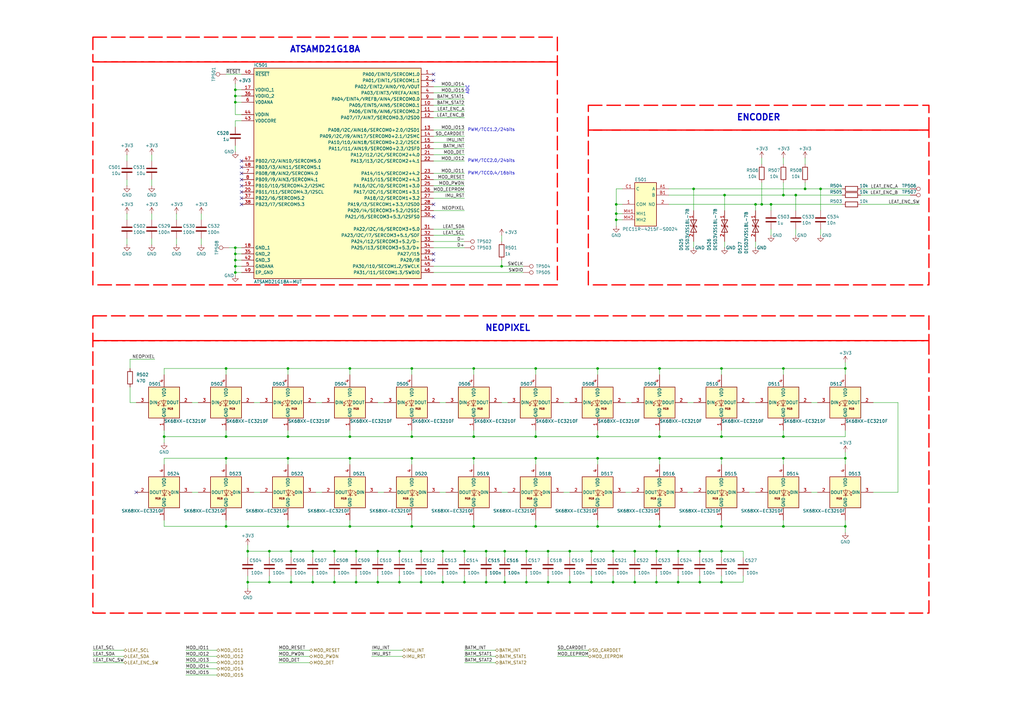
<source format=kicad_sch>
(kicad_sch (version 20231120) (generator "eeschema") (generator_version "8.0")
  (paper "A3")
  (title_block (title "LEAT") (date "2024-04-09") (company "MQuero"))
  (junction (at 269.24 238.76))
  (junction (at 242.57 226.06))
  (junction (at 287.02 238.76))
  (junction (at 251.46 226.06))
  (junction (at 309.88 83.82))
  (junction (at 260.35 226.06))
  (junction (at 181.61 238.76))
  (junction (at 163.83 238.76))
  (junction (at 96.52 101.6))
  (junction (at 119.38 238.76))
  (junction (at 219.71 187.96))
  (junction (at 233.68 238.76))
  (junction (at 146.05 226.06))
  (junction (at 295.91 226.06))
  (junction (at 215.9 238.76))
  (junction (at 190.5 238.76))
  (junction (at 278.13 226.06))
  (junction (at 96.52 109.22))
  (junction (at 287.02 226.06))
  (junction (at 346.71 187.96))
  (junction (at 101.6 226.06))
  (junction (at 270.51 151.13))
  (junction (at 172.72 238.76))
  (junction (at 128.27 238.76))
  (junction (at 137.16 226.06))
  (junction (at 252.73 90.17))
  (junction (at 278.13 238.76))
  (junction (at 199.39 238.76))
  (junction (at 219.71 151.13))
  (junction (at 224.79 226.06))
  (junction (at 143.51 187.96))
  (junction (at 284.48 77.47))
  (junction (at 96.52 41.91))
  (junction (at 224.79 238.76))
  (junction (at 219.71 179.07))
  (junction (at 269.24 226.06))
  (junction (at 245.11 215.9))
  (junction (at 118.11 151.13))
  (junction (at 316.23 83.82))
  (junction (at 96.52 111.76))
  (junction (at 92.71 179.07))
  (junction (at 118.11 179.07))
  (junction (at 143.51 179.07))
  (junction (at 326.39 80.01))
  (junction (at 321.31 151.13))
  (junction (at 330.2 77.47))
  (junction (at 245.11 151.13))
  (junction (at 146.05 238.76))
  (junction (at 215.9 226.06))
  (junction (at 295.91 187.96))
  (junction (at 321.31 215.9))
  (junction (at 194.31 215.9))
  (junction (at 270.51 179.07))
  (junction (at 219.71 215.9))
  (junction (at 270.51 215.9))
  (junction (at 194.31 179.07))
  (junction (at 67.31 179.07))
  (junction (at 321.31 80.01))
  (junction (at 242.57 238.76))
  (junction (at 168.91 215.9))
  (junction (at 96.52 106.68))
  (junction (at 295.91 179.07))
  (junction (at 163.83 226.06))
  (junction (at 312.42 83.82))
  (junction (at 321.31 187.96))
  (junction (at 118.11 215.9))
  (junction (at 110.49 238.76))
  (junction (at 194.31 187.96))
  (junction (at 143.51 215.9))
  (junction (at 252.73 87.63))
  (junction (at 154.94 238.76))
  (junction (at 346.71 151.13))
  (junction (at 346.71 215.9))
  (junction (at 251.46 238.76))
  (junction (at 119.38 226.06))
  (junction (at 194.31 151.13))
  (junction (at 295.91 151.13))
  (junction (at 118.11 187.96))
  (junction (at 128.27 226.06))
  (junction (at 143.51 151.13))
  (junction (at 252.73 83.82))
  (junction (at 92.71 215.9))
  (junction (at 96.52 39.37))
  (junction (at 110.49 226.06))
  (junction (at 295.91 238.76))
  (junction (at 205.74 109.22))
  (junction (at 172.72 226.06))
  (junction (at 190.5 226.06))
  (junction (at 101.6 238.76))
  (junction (at 92.71 151.13))
  (junction (at 297.18 80.01))
  (junction (at 321.31 179.07))
  (junction (at 270.51 187.96))
  (junction (at 181.61 226.06))
  (junction (at 199.39 226.06))
  (junction (at 96.52 36.83))
  (junction (at 245.11 179.07))
  (junction (at 168.91 187.96))
  (junction (at 137.16 238.76))
  (junction (at 207.01 238.76))
  (junction (at 207.01 226.06))
  (junction (at 336.55 77.47))
  (junction (at 168.91 179.07))
  (junction (at 92.71 187.96))
  (junction (at 96.52 104.14))
  (junction (at 245.11 187.96))
  (junction (at 260.35 238.76))
  (junction (at 295.91 215.9))
  (junction (at 233.68 226.06))
  (junction (at 168.91 151.13))
  (junction (at 154.94 226.06))
  (no_connect (at 177.8 88.9))
  (no_connect (at 99.06 76.2))
  (no_connect (at 99.06 83.82))
  (no_connect (at 99.06 71.12))
  (no_connect (at 99.06 81.28))
  (no_connect (at 177.8 104.14))
  (no_connect (at 99.06 66.04))
  (no_connect (at 177.8 30.48))
  (no_connect (at 99.06 78.74))
  (no_connect (at 99.06 73.66))
  (no_connect (at 177.8 33.02))
  (no_connect (at 55.88 201.93))
  (no_connect (at 177.8 106.68))
  (no_connect (at 177.8 83.82))
  (no_connect (at 99.06 68.58))
  (wire (pts (xy 199.39 238.76) (xy 207.01 238.76)))
  (wire (pts (xy 177.8 111.76) (xy 214.63 111.76)))
  (wire (pts (xy 295.91 215.9) (xy 270.51 215.9)))
  (wire (pts (xy 143.51 215.9) (xy 118.11 215.9)))
  (wire (pts (xy 260.35 226.06) (xy 260.35 228.6)))
  (wire (pts (xy 99.06 101.6) (xy 96.52 101.6)))
  (wire (pts (xy 92.71 215.9) (xy 67.31 215.9)))
  (wire (pts (xy 72.39 87.63) (xy 72.39 90.17)))
  (wire (pts (xy 321.31 74.93) (xy 321.31 80.01)))
  (wire (pts (xy 163.83 238.76) (xy 172.72 238.76)))
  (wire (pts (xy 219.71 187.96) (xy 194.31 187.96)))
  (wire (pts (xy 190.5 78.74) (xy 177.8 78.74)))
  (wire (pts (xy 67.31 176.53) (xy 67.31 179.07)))
  (wire (pts (xy 96.52 106.68) (xy 99.06 106.68)))
  (wire (pts (xy 194.31 187.96) (xy 168.91 187.96)))
  (wire (pts (xy 252.73 92.71) (xy 252.73 90.17)))
  (wire (pts (xy 101.6 226.06) (xy 101.6 228.6)))
  (wire (pts (xy 224.79 226.06) (xy 224.79 228.6)))
  (wire (pts (xy 245.11 179.07) (xy 270.51 179.07)))
  (wire (pts (xy 62.23 63.5) (xy 62.23 66.04)))
  (wire (pts (xy 287.02 238.76) (xy 278.13 238.76)))
  (wire (pts (xy 190.5 55.88) (xy 177.8 55.88)))
  (wire (pts (xy 177.8 99.06) (xy 190.5 99.06)))
  (wire (pts (xy 82.55 87.63) (xy 82.55 90.17)))
  (wire (pts (xy 207.01 236.22) (xy 207.01 238.76)))
  (wire (pts (xy 181.61 236.22) (xy 181.61 238.76)))
  (wire (pts (xy 316.23 86.36) (xy 316.23 83.82)))
  (wire (pts (xy 177.8 96.52) (xy 190.5 96.52)))
  (wire (pts (xy 78.74 165.1) (xy 81.28 165.1)))
  (wire (pts (xy 270.51 213.36) (xy 270.51 215.9)))
  (wire (pts (xy 284.48 99.06) (xy 284.48 101.6)))
  (wire (pts (xy 92.71 151.13) (xy 92.71 153.67)))
  (wire (pts (xy 96.52 111.76) (xy 96.52 113.03)))
  (wire (pts (xy 154.94 226.06) (xy 154.94 228.6)))
  (wire (pts (xy 245.11 151.13) (xy 270.51 151.13)))
  (wire (pts (xy 96.52 109.22) (xy 99.06 109.22)))
  (wire (pts (xy 190.5 269.24) (xy 203.2 269.24)))
  (wire (pts (xy 168.91 215.9) (xy 143.51 215.9)))
  (wire (pts (xy 228.6 266.7) (xy 241.3 266.7)))
  (wire (pts (xy 92.71 187.96) (xy 67.31 187.96)))
  (wire (pts (xy 297.18 99.06) (xy 297.18 101.6)))
  (wire (pts (xy 53.34 147.32) (xy 63.5 147.32)))
  (wire (pts (xy 93.98 101.6) (xy 96.52 101.6)))
  (wire (pts (xy 53.34 158.75) (xy 53.34 165.1)))
  (wire (pts (xy 321.31 213.36) (xy 321.31 215.9)))
  (wire (pts (xy 190.5 58.42) (xy 177.8 58.42)))
  (wire (pts (xy 295.91 187.96) (xy 270.51 187.96)))
  (wire (pts (xy 224.79 238.76) (xy 215.9 238.76)))
  (wire (pts (xy 128.27 236.22) (xy 128.27 238.76)))
  (wire (pts (xy 336.55 96.52) (xy 336.55 93.98)))
  (wire (pts (xy 326.39 96.52) (xy 326.39 93.98)))
  (wire (pts (xy 295.91 236.22) (xy 295.91 238.76)))
  (wire (pts (xy 304.8 226.06) (xy 304.8 228.6)))
  (wire (pts (xy 252.73 90.17) (xy 255.27 90.17)))
  (wire (pts (xy 143.51 176.53) (xy 143.51 179.07)))
  (wire (pts (xy 168.91 213.36) (xy 168.91 215.9)))
  (wire (pts (xy 114.3 271.78) (xy 127 271.78)))
  (wire (pts (xy 346.71 187.96) (xy 346.71 190.5)))
  (wire (pts (xy 190.5 236.22) (xy 190.5 238.76)))
  (wire (pts (xy 154.94 226.06) (xy 163.83 226.06)))
  (wire (pts (xy 181.61 226.06) (xy 190.5 226.06)))
  (wire (pts (xy 99.06 41.91) (xy 96.52 41.91)))
  (wire (pts (xy 346.71 213.36) (xy 346.71 215.9)))
  (wire (pts (xy 110.49 238.76) (xy 119.38 238.76)))
  (wire (pts (xy 177.8 109.22) (xy 205.74 109.22)))
  (wire (pts (xy 128.27 226.06) (xy 137.16 226.06)))
  (wire (pts (xy 284.48 201.93) (xy 281.94 201.93)))
  (wire (pts (xy 245.11 187.96) (xy 245.11 190.5)))
  (wire (pts (xy 168.91 176.53) (xy 168.91 179.07)))
  (wire (pts (xy 67.31 151.13) (xy 67.31 153.67)))
  (wire (pts (xy 182.88 201.93) (xy 180.34 201.93)))
  (wire (pts (xy 172.72 226.06) (xy 181.61 226.06)))
  (wire (pts (xy 190.5 63.5) (xy 177.8 63.5)))
  (wire (pts (xy 330.2 74.93) (xy 330.2 77.47)))
  (wire (pts (xy 62.23 87.63) (xy 62.23 90.17)))
  (wire (pts (xy 219.71 151.13) (xy 219.71 153.67)))
  (wire (pts (xy 177.8 73.66) (xy 190.5 73.66)))
  (wire (pts (xy 245.11 213.36) (xy 245.11 215.9)))
  (wire (pts (xy 228.6 269.24) (xy 241.3 269.24)))
  (wire (pts (xy 208.28 201.93) (xy 205.74 201.93)))
  (wire (pts (xy 118.11 213.36) (xy 118.11 215.9)))
  (wire (pts (xy 233.68 226.06) (xy 233.68 228.6)))
  (wire (pts (xy 281.94 165.1) (xy 284.48 165.1)))
  (wire (pts (xy 190.5 71.12) (xy 177.8 71.12)))
  (wire (pts (xy 287.02 236.22) (xy 287.02 238.76)))
  (wire (pts (xy 309.88 99.06) (xy 309.88 101.6)))
  (wire (pts (xy 137.16 226.06) (xy 137.16 228.6)))
  (wire (pts (xy 295.91 226.06) (xy 295.91 228.6)))
  (wire (pts (xy 163.83 226.06) (xy 163.83 228.6)))
  (wire (pts (xy 233.68 226.06) (xy 224.79 226.06)))
  (wire (pts (xy 231.14 165.1) (xy 233.68 165.1)))
  (wire (pts (xy 233.68 201.93) (xy 231.14 201.93)))
  (wire (pts (xy 143.51 151.13) (xy 143.51 153.67)))
  (wire (pts (xy 245.11 176.53) (xy 245.11 179.07)))
  (wire (pts (xy 128.27 238.76) (xy 137.16 238.76)))
  (wire (pts (xy 52.07 87.63) (xy 52.07 90.17)))
  (wire (pts (xy 346.71 148.59) (xy 346.71 151.13)))
  (wire (pts (xy 269.24 236.22) (xy 269.24 238.76)))
  (wire (pts (xy 270.51 176.53) (xy 270.51 179.07)))
  (wire (pts (xy 368.3 165.1) (xy 368.3 201.93)))
  (wire (pts (xy 295.91 151.13) (xy 321.31 151.13)))
  (wire (pts (xy 215.9 226.06) (xy 207.01 226.06)))
  (wire (pts (xy 321.31 179.07) (xy 346.71 179.07)))
  (wire (pts (xy 242.57 236.22) (xy 242.57 238.76)))
  (wire (pts (xy 214.63 109.22) (xy 205.74 109.22)))
  (wire (pts (xy 297.18 80.01) (xy 321.31 80.01)))
  (wire (pts (xy 143.51 179.07) (xy 168.91 179.07)))
  (wire (pts (xy 190.5 238.76) (xy 199.39 238.76)))
  (wire (pts (xy 101.6 223.52) (xy 101.6 226.06)))
  (wire (pts (xy 190.5 35.56) (xy 177.8 35.56)))
  (wire (pts (xy 278.13 238.76) (xy 269.24 238.76)))
  (wire (pts (xy 128.27 226.06) (xy 128.27 228.6)))
  (wire (pts (xy 154.94 165.1) (xy 157.48 165.1)))
  (wire (pts (xy 96.52 41.91) (xy 96.52 46.99)))
  (wire (pts (xy 321.31 187.96) (xy 295.91 187.96)))
  (wire (pts (xy 312.42 83.82) (xy 316.23 83.82)))
  (wire (pts (xy 146.05 226.06) (xy 154.94 226.06)))
  (wire (pts (xy 132.08 201.93) (xy 129.54 201.93)))
  (wire (pts (xy 251.46 226.06) (xy 251.46 228.6)))
  (wire (pts (xy 104.14 165.1) (xy 106.68 165.1)))
  (wire (pts (xy 295.91 153.67) (xy 295.91 151.13)))
  (wire (pts (xy 96.52 104.14) (xy 99.06 104.14)))
  (wire (pts (xy 346.71 215.9) (xy 321.31 215.9)))
  (wire (pts (xy 52.07 73.66) (xy 52.07 76.2)))
  (wire (pts (xy 304.8 226.06) (xy 295.91 226.06)))
  (wire (pts (xy 215.9 238.76) (xy 207.01 238.76)))
  (wire (pts (xy 190.5 38.1) (xy 177.8 38.1)))
  (wire (pts (xy 190.5 271.78) (xy 203.2 271.78)))
  (wire (pts (xy 224.79 236.22) (xy 224.79 238.76)))
  (wire (pts (xy 96.52 109.22) (xy 96.52 111.76)))
  (wire (pts (xy 157.48 201.93) (xy 154.94 201.93)))
  (wire (pts (xy 143.51 213.36) (xy 143.51 215.9)))
  (wire (pts (xy 92.71 187.96) (xy 92.71 190.5)))
  (wire (pts (xy 316.23 96.52) (xy 316.23 93.98)))
  (wire (pts (xy 256.54 165.1) (xy 259.08 165.1)))
  (wire (pts (xy 101.6 236.22) (xy 101.6 238.76)))
  (wire (pts (xy 67.31 151.13) (xy 92.71 151.13)))
  (wire (pts (xy 118.11 151.13) (xy 118.11 153.67)))
  (wire (pts (xy 96.52 39.37) (xy 96.52 36.83)))
  (wire (pts (xy 269.24 238.76) (xy 260.35 238.76)))
  (wire (pts (xy 194.31 213.36) (xy 194.31 215.9)))
  (wire (pts (xy 177.8 76.2) (xy 190.5 76.2)))
  (wire (pts (xy 284.48 77.47) (xy 330.2 77.47)))
  (wire (pts (xy 96.52 49.53) (xy 99.06 49.53)))
  (wire (pts (xy 118.11 176.53) (xy 118.11 179.07)))
  (wire (pts (xy 269.24 226.06) (xy 260.35 226.06)))
  (wire (pts (xy 194.31 176.53) (xy 194.31 179.07)))
  (wire (pts (xy 242.57 226.06) (xy 233.68 226.06)))
  (wire (pts (xy 336.55 77.47) (xy 345.44 77.47)))
  (wire (pts (xy 233.68 238.76) (xy 224.79 238.76)))
  (wire (pts (xy 346.71 151.13) (xy 346.71 153.67)))
  (wire (pts (xy 251.46 238.76) (xy 242.57 238.76)))
  (wire (pts (xy 304.8 236.22) (xy 304.8 238.76)))
  (wire (pts (xy 321.31 151.13) (xy 346.71 151.13)))
  (wire (pts (xy 224.79 226.06) (xy 215.9 226.06)))
  (wire (pts (xy 194.31 179.07) (xy 219.71 179.07)))
  (wire (pts (xy 304.8 238.76) (xy 295.91 238.76)))
  (wire (pts (xy 321.31 151.13) (xy 321.31 153.67)))
  (wire (pts (xy 137.16 238.76) (xy 146.05 238.76)))
  (wire (pts (xy 119.38 238.76) (xy 128.27 238.76)))
  (wire (pts (xy 219.71 176.53) (xy 219.71 179.07)))
  (wire (pts (xy 260.35 226.06) (xy 251.46 226.06)))
  (wire (pts (xy 129.54 165.1) (xy 132.08 165.1)))
  (wire (pts (xy 168.91 151.13) (xy 168.91 153.67)))
  (wire (pts (xy 92.71 151.13) (xy 118.11 151.13)))
  (wire (pts (xy 278.13 226.06) (xy 278.13 228.6)))
  (wire (pts (xy 295.91 226.06) (xy 287.02 226.06)))
  (wire (pts (xy 152.4 269.24) (xy 165.1 269.24)))
  (wire (pts (xy 295.91 176.53) (xy 295.91 179.07)))
  (wire (pts (xy 92.71 30.48) (xy 99.06 30.48)))
  (wire (pts (xy 190.5 60.96) (xy 177.8 60.96)))
  (wire (pts (xy 119.38 226.06) (xy 128.27 226.06)))
  (wire (pts (xy 307.34 165.1) (xy 309.88 165.1)))
  (wire (pts (xy 163.83 226.06) (xy 172.72 226.06)))
  (wire (pts (xy 358.14 165.1) (xy 368.3 165.1)))
  (wire (pts (xy 251.46 226.06) (xy 242.57 226.06)))
  (wire (pts (xy 76.2 271.78) (xy 88.9 271.78)))
  (wire (pts (xy 252.73 87.63) (xy 255.27 87.63)))
  (wire (pts (xy 260.35 236.22) (xy 260.35 238.76)))
  (wire (pts (xy 295.91 238.76) (xy 287.02 238.76)))
  (wire (pts (xy 190.5 43.18) (xy 177.8 43.18)))
  (wire (pts (xy 316.23 83.82) (xy 345.44 83.82)))
  (wire (pts (xy 96.52 41.91) (xy 96.52 39.37)))
  (wire (pts (xy 270.51 187.96) (xy 270.51 190.5)))
  (wire (pts (xy 119.38 236.22) (xy 119.38 238.76)))
  (wire (pts (xy 190.5 81.28) (xy 177.8 81.28)))
  (wire (pts (xy 137.16 236.22) (xy 137.16 238.76)))
  (wire (pts (xy 177.8 93.98) (xy 190.5 93.98)))
  (wire (pts (xy 312.42 74.93) (xy 312.42 83.82)))
  (wire (pts (xy 252.73 90.17) (xy 252.73 87.63)))
  (wire (pts (xy 67.31 181.61) (xy 67.31 179.07)))
  (wire (pts (xy 180.34 165.1) (xy 182.88 165.1)))
  (wire (pts (xy 67.31 179.07) (xy 92.71 179.07)))
  (wire (pts (xy 270.51 179.07) (xy 295.91 179.07)))
  (wire (pts (xy 245.11 215.9) (xy 219.71 215.9)))
  (wire (pts (xy 270.51 215.9) (xy 245.11 215.9)))
  (wire (pts (xy 53.34 165.1) (xy 55.88 165.1)))
  (wire (pts (xy 270.51 153.67) (xy 270.51 151.13)))
  (wire (pts (xy 143.51 187.96) (xy 118.11 187.96)))
  (wire (pts (xy 52.07 97.79) (xy 52.07 100.33)))
  (wire (pts (xy 110.49 236.22) (xy 110.49 238.76)))
  (wire (pts (xy 297.18 80.01) (xy 297.18 86.36)))
  (wire (pts (xy 72.39 97.79) (xy 72.39 100.33)))
  (wire (pts (xy 137.16 226.06) (xy 146.05 226.06)))
  (wire (pts (xy 118.11 190.5) (xy 118.11 187.96)))
  (wire (pts (xy 96.52 52.07) (xy 96.52 49.53)))
  (wire (pts (xy 177.8 48.26) (xy 190.5 48.26)))
  (wire (pts (xy 205.74 165.1) (xy 208.28 165.1)))
  (wire (pts (xy 82.55 97.79) (xy 82.55 100.33)))
  (wire (pts (xy 101.6 238.76) (xy 110.49 238.76)))
  (wire (pts (xy 284.48 77.47) (xy 284.48 86.36)))
  (wire (pts (xy 118.11 215.9) (xy 92.71 215.9)))
  (wire (pts (xy 353.06 80.01) (xy 373.38 80.01)))
  (wire (pts (xy 242.57 238.76) (xy 233.68 238.76)))
  (wire (pts (xy 215.9 236.22) (xy 215.9 238.76)))
  (wire (pts (xy 50.8 266.7) (xy 38.1 266.7)))
  (wire (pts (xy 168.91 187.96) (xy 168.91 190.5)))
  (wire (pts (xy 76.2 276.86) (xy 88.9 276.86)))
  (wire (pts (xy 50.8 271.78) (xy 38.1 271.78)))
  (wire (pts (xy 190.5 226.06) (xy 199.39 226.06)))
  (wire (pts (xy 321.31 64.77) (xy 321.31 67.31)))
  (wire (pts (xy 163.83 236.22) (xy 163.83 238.76)))
  (wire (pts (xy 242.57 226.06) (xy 242.57 228.6)))
  (wire (pts (xy 295.91 213.36) (xy 295.91 215.9)))
  (wire (pts (xy 96.52 39.37) (xy 99.06 39.37)))
  (wire (pts (xy 118.11 179.07) (xy 143.51 179.07)))
  (wire (pts (xy 52.07 63.5) (xy 52.07 66.04)))
  (wire (pts (xy 309.88 83.82) (xy 312.42 83.82)))
  (wire (pts (xy 321.31 80.01) (xy 326.39 80.01)))
  (wire (pts (xy 194.31 151.13) (xy 194.31 153.67)))
  (wire (pts (xy 110.49 226.06) (xy 119.38 226.06)))
  (wire (pts (xy 245.11 151.13) (xy 245.11 153.67)))
  (wire (pts (xy 321.31 187.96) (xy 321.31 190.5)))
  (wire (pts (xy 353.06 77.47) (xy 373.38 77.47)))
  (wire (pts (xy 172.72 226.06) (xy 172.72 228.6)))
  (wire (pts (xy 321.31 215.9) (xy 295.91 215.9)))
  (wire (pts (xy 110.49 226.06) (xy 110.49 228.6)))
  (wire (pts (xy 127 269.24) (xy 114.3 269.24)))
  (wire (pts (xy 219.71 151.13) (xy 245.11 151.13)))
  (wire (pts (xy 146.05 226.06) (xy 146.05 228.6)))
  (wire (pts (xy 346.71 185.42) (xy 346.71 187.96)))
  (wire (pts (xy 219.71 179.07) (xy 245.11 179.07)))
  (wire (pts (xy 278.13 226.06) (xy 269.24 226.06)))
  (wire (pts (xy 106.68 201.93) (xy 104.14 201.93)))
  (wire (pts (xy 181.61 238.76) (xy 190.5 238.76)))
  (wire (pts (xy 199.39 236.22) (xy 199.39 238.76)))
  (wire (pts (xy 81.28 201.93) (xy 78.74 201.93)))
  (wire (pts (xy 194.31 187.96) (xy 194.31 190.5)))
  (wire (pts (xy 353.06 83.82) (xy 377.19 83.82)))
  (wire (pts (xy 67.31 215.9) (xy 67.31 213.36)))
  (wire (pts (xy 252.73 77.47) (xy 255.27 77.47)))
  (wire (pts (xy 76.2 274.32) (xy 88.9 274.32)))
  (wire (pts (xy 233.68 236.22) (xy 233.68 238.76)))
  (wire (pts (xy 96.52 101.6) (xy 96.52 104.14)))
  (wire (pts (xy 260.35 238.76) (xy 251.46 238.76)))
  (wire (pts (xy 194.31 151.13) (xy 219.71 151.13)))
  (wire (pts (xy 346.71 187.96) (xy 321.31 187.96)))
  (wire (pts (xy 96.52 34.29) (xy 96.52 36.83)))
  (wire (pts (xy 205.74 96.52) (xy 205.74 99.06)))
  (wire (pts (xy 278.13 236.22) (xy 278.13 238.76)))
  (wire (pts (xy 177.8 101.6) (xy 190.5 101.6)))
  (wire (pts (xy 177.8 86.36) (xy 190.5 86.36)))
  (wire (pts (xy 53.34 151.13) (xy 53.34 147.32)))
  (wire (pts (xy 245.11 187.96) (xy 219.71 187.96)))
  (wire (pts (xy 190.5 53.34) (xy 177.8 53.34)))
  (wire (pts (xy 252.73 83.82) (xy 252.73 77.47)))
  (wire (pts (xy 76.2 266.7) (xy 88.9 266.7)))
  (wire (pts (xy 92.71 176.53) (xy 92.71 179.07)))
  (wire (pts (xy 332.74 165.1) (xy 335.28 165.1)))
  (wire (pts (xy 190.5 66.04) (xy 177.8 66.04)))
  (wire (pts (xy 92.71 213.36) (xy 92.71 215.9)))
  (wire (pts (xy 205.74 106.68) (xy 205.74 109.22)))
  (wire (pts (xy 330.2 64.77) (xy 330.2 67.31)))
  (wire (pts (xy 62.23 73.66) (xy 62.23 76.2)))
  (wire (pts (xy 168.91 179.07) (xy 194.31 179.07)))
  (wire (pts (xy 274.32 77.47) (xy 284.48 77.47)))
  (wire (pts (xy 177.8 45.72) (xy 190.5 45.72)))
  (wire (pts (xy 312.42 64.77) (xy 312.42 67.31)))
  (wire (pts (xy 259.08 201.93) (xy 256.54 201.93)))
  (wire (pts (xy 274.32 83.82) (xy 309.88 83.82)))
  (wire (pts (xy 154.94 236.22) (xy 154.94 238.76)))
  (wire (pts (xy 99.06 36.83) (xy 96.52 36.83)))
  (wire (pts (xy 76.2 269.24) (xy 88.9 269.24)))
  (wire (pts (xy 346.71 218.44) (xy 346.71 215.9)))
  (wire (pts (xy 143.51 151.13) (xy 168.91 151.13)))
  (wire (pts (xy 368.3 201.93) (xy 358.14 201.93)))
  (wire (pts (xy 295.91 179.07) (xy 321.31 179.07)))
  (wire (pts (xy 287.02 226.06) (xy 278.13 226.06)))
  (wire (pts (xy 194.31 215.9) (xy 168.91 215.9)))
  (wire (pts (xy 146.05 236.22) (xy 146.05 238.76)))
  (wire (pts (xy 207.01 228.6) (xy 207.01 226.06)))
  (wire (pts (xy 309.88 86.36) (xy 309.88 83.82)))
  (wire (pts (xy 335.28 201.93) (xy 332.74 201.93)))
  (wire (pts (xy 152.4 266.7) (xy 165.1 266.7)))
  (wire (pts (xy 101.6 226.06) (xy 110.49 226.06)))
  (wire (pts (xy 219.71 187.96) (xy 219.71 190.5)))
  (wire (pts (xy 172.72 238.76) (xy 181.61 238.76)))
  (wire (pts (xy 119.38 228.6) (xy 119.38 226.06)))
  (wire (pts (xy 50.8 269.24) (xy 38.1 269.24)))
  (wire (pts (xy 154.94 238.76) (xy 163.83 238.76)))
  (wire (pts (xy 127 266.7) (xy 114.3 266.7)))
  (wire (pts (xy 287.02 228.6) (xy 287.02 226.06)))
  (wire (pts (xy 270.51 151.13) (xy 295.91 151.13)))
  (wire (pts (xy 190.5 228.6) (xy 190.5 226.06)))
  (wire (pts (xy 215.9 228.6) (xy 215.9 226.06)))
  (wire (pts (xy 295.91 187.96) (xy 295.91 190.5)))
  (wire (pts (xy 199.39 228.6) (xy 199.39 226.06)))
  (wire (pts (xy 330.2 77.47) (xy 336.55 77.47)))
  (wire (pts (xy 251.46 236.22) (xy 251.46 238.76)))
  (wire (pts (xy 96.52 104.14) (xy 96.52 106.68)))
  (wire (pts (xy 168.91 151.13) (xy 194.31 151.13)))
  (wire (pts (xy 172.72 236.22) (xy 172.72 238.76)))
  (wire (pts (xy 346.71 179.07) (xy 346.71 176.53)))
  (wire (pts (xy 96.52 106.68) (xy 96.52 109.22)))
  (wire (pts (xy 62.23 97.79) (xy 62.23 100.33)))
  (wire (pts (xy 146.05 238.76) (xy 154.94 238.76)))
  (wire (pts (xy 181.61 226.06) (xy 181.61 228.6)))
  (wire (pts (xy 321.31 176.53) (xy 321.31 179.07)))
  (wire (pts (xy 99.06 46.99) (xy 96.52 46.99)))
  (wire (pts (xy 326.39 80.01) (xy 345.44 80.01)))
  (wire (pts (xy 96.52 111.76) (xy 99.06 111.76)))
  (wire (pts (xy 252.73 83.82) (xy 255.27 83.82)))
  (wire (pts (xy 143.51 190.5) (xy 143.51 187.96)))
  (wire (pts (xy 269.24 226.06) (xy 269.24 228.6)))
  (wire (pts (xy 309.88 201.93) (xy 307.34 201.93)))
  (wire (pts (xy 67.31 187.96) (xy 67.31 190.5)))
  (wire (pts (xy 96.52 59.69) (xy 96.52 62.23)))
  (wire (pts (xy 252.73 87.63) (xy 252.73 83.82)))
  (wire (pts (xy 326.39 80.01) (xy 326.39 86.36)))
  (wire (pts (xy 199.39 226.06) (xy 207.01 226.06)))
  (wire (pts (xy 219.71 215.9) (xy 194.31 215.9)))
  (wire (pts (xy 92.71 179.07) (xy 118.11 179.07)))
  (wire (pts (xy 101.6 241.3) (xy 101.6 238.76)))
  (wire (pts (xy 190.5 266.7) (xy 203.2 266.7)))
  (wire (pts (xy 118.11 187.96) (xy 92.71 187.96)))
  (wire (pts (xy 336.55 77.47) (xy 336.55 86.36)))
  (wire (pts (xy 270.51 187.96) (xy 245.11 187.96)))
  (wire (pts (xy 274.32 80.01) (xy 297.18 80.01)))
  (wire (pts (xy 168.91 187.96) (xy 143.51 187.96)))
  (wire (pts (xy 190.5 40.64) (xy 177.8 40.64)))
  (wire (pts (xy 118.11 151.13) (xy 143.51 151.13)))
  (wire (pts (xy 219.71 213.36) (xy 219.71 215.9)))
  (rectangle (start 38.1 139.7) (end 381 251.46) (stroke (width 0.508) (type dash) (color 255 0 0 1)))
  (rectangle (start 241.3 53.34) (end 381 116.84) (stroke (width 0.508) (type dash) (color 255 0 0 1)))
  (rectangle (start 38.1 129.54) (end 381 139.7) (stroke (width 0.508) (type dash) (color 255 0 0 1)))
  (rectangle (start 38.1 25.4) (end 228.6 116.84) (stroke (width 0.508) (type dash) (color 255 0 0 1)))
  (rectangle (start 38.1 15.24) (end 228.6 25.4) (stroke (width 0.508) (type dash) (color 255 0 0 1)))
  (rectangle (start 241.3 43.18) (end 381 53.34) (stroke (width 0.508) (type dash) (color 255 0 0 1)))
  (text "PWM/TCC1.2/24bits" (at 191.77 53.34 0) (effects (font (size 1.27 1.27)) (justify left)))
  (text "ENCODER" (at 311.15 48.26 0) (effects (font (size 2.54 2.54) (thickness 0.508) (bold yes))))
  (text "ADC\n" (at 191.77 36.83 90) (effects (font (size 1.27 1.27))))
  (text "ATSAMD21G18A" (at 133.35 20.32 0) (effects (font (size 2.54 2.54) (thickness 0.508) (bold yes))))
  (text "PWM/TCC0.4/16bits" (at 191.77 71.12 0) (effects (font (size 1.27 1.27)) (justify left)))
  (text "NEOPIXEL" (at 208.28 134.62 0) (effects (font (size 2.54 2.54) (thickness 0.508) (bold yes))))
  (text "PWM/TCC2.0/24bits" (at 191.77 66.04 0) (effects (font (size 1.27 1.27)) (justify left)))
  (label "BATM_INT" (at 190.5 60.96 180))
  (label "SD_CARDDET" (at 228.6 266.7 0))
  (label "MOD_IO12" (at 190.5 66.04 180))
  (label "NEOPIXEL" (at 63.5 147.32 180))
  (label "BATM_STAT1" (at 190.5 40.64 180))
  (label "MOD_IO13" (at 190.5 53.34 180))
  (label "MOD_IO15" (at 76.2 276.86 0))
  (label "MOD_RESET" (at 114.3 266.7 0))
  (label "LEAT_ENC_B" (at 190.5 48.26 180))
  (label "LEAT_ENC_B" (at 368.3 80.01 180))
  (label "MOD_PWDN" (at 190.5 76.2 180))
  (label "IMU_INT" (at 152.4 266.7 0))
  (label "SWDIO" (at 214.63 111.76 180))
  (label "MOD_IO11" (at 190.5 71.12 180))
  (label "MOD_DET" (at 114.3 271.78 0))
  (label "IMU_RST" (at 152.4 269.24 0))
  (label "LEAT_SDA" (at 190.5 93.98 180))
  (label "MOD_DET" (at 190.5 63.5 180))
  (label "LEAT_SDA" (at 38.1 269.24 0))
  (label "LEAT_SCL" (at 38.1 266.7 0))
  (label "BATM_STAT1" (at 190.5 269.24 0))
  (label "MOD_PWDN" (at 114.3 269.24 0))
  (label "BATM_STAT2" (at 190.5 271.78 0))
  (label "NEOPIXEL" (at 190.5 86.36 180))
  (label "MOD_IO13" (at 76.2 271.78 0))
  (label "MOD_RESET" (at 190.5 73.66 180))
  (label "MOD_IO11" (at 76.2 266.7 0))
  (label "IMU_RST" (at 190.5 81.28 180))
  (label "SD_CARDDET" (at 190.5 55.88 180))
  (label "MOD_IO12" (at 76.2 269.24 0))
  (label "D+" (at 190.5 101.6 180))
  (label "D-" (at 190.5 99.06 180))
  (label "IMU_INT" (at 190.5 58.42 180))
  (label "BATM_STAT2" (at 190.5 43.18 180))
  (label "MOD_IO14" (at 76.2 274.32 0))
  (label "BATM_INT" (at 190.5 266.7 0))
  (label "LEAT_SCL" (at 190.5 96.52 180))
  (label "SWCLK" (at 214.63 109.22 180))
  (label "LEAT_ENC_A" (at 190.5 45.72 180))
  (label "~{RESET}" (at 92.71 30.48 0))
  (label "MOD_EEPROM" (at 228.6 269.24 0))
  (label "MOD_EEPROM" (at 190.5 78.74 180))
  (label "LEAT_ENC_A" (at 368.3 77.47 180))
  (label "LEAT_ENC_SW" (at 38.1 271.78 0))
  (label "MOD_IO15" (at 190.5 38.1 180))
  (label "LEAT_ENC_SW" (at 377.19 83.82 180))
  (label "MOD_IO14" (at 190.5 35.56 180))
  (hierarchical_label "LEAT_SDA" (shape bidirectional) (at 50.8 269.24 0))
  (hierarchical_label "BATM_INT" (shape bidirectional) (at 203.2 266.7 0))
  (hierarchical_label "LEAT_ENC_SW" (shape bidirectional) (at 50.8 271.78 0))
  (hierarchical_label "LEAT_SCL" (shape bidirectional) (at 50.8 266.7 0))
  (hierarchical_label "MOD_RESET" (shape bidirectional) (at 127 266.7 0))
  (hierarchical_label "SD_CARDDET" (shape bidirectional) (at 241.3 266.7 0))
  (hierarchical_label "MOD_DET" (shape bidirectional) (at 127 271.78 0))
  (hierarchical_label "MOD_IO14" (shape bidirectional) (at 88.9 274.32 0))
  (hierarchical_label "MOD_IO13" (shape bidirectional) (at 88.9 271.78 0))
  (hierarchical_label "MOD_IO15" (shape bidirectional) (at 88.9 276.86 0))
  (hierarchical_label "BATM_STAT1" (shape bidirectional) (at 203.2 269.24 0))
  (hierarchical_label "MOD_EEPROM" (shape bidirectional) (at 241.3 269.24 0))
  (hierarchical_label "IMU_INT" (shape bidirectional) (at 165.1 266.7 0))
  (hierarchical_label "MOD_IO11" (shape bidirectional) (at 88.9 266.7 0))
  (hierarchical_label "MOD_IO12" (shape bidirectional) (at 88.9 269.24 0))
  (hierarchical_label "BATM_STAT2" (shape bidirectional) (at 203.2 271.78 0))
  (hierarchical_label "IMU_RST" (shape bidirectional) (at 165.1 269.24 0))
  (hierarchical_label "MOD_PWDN" (shape bidirectional) (at 127 269.24 0))
  (symbol (lib_id "Connector:TestPoint") (at 373.38 80.01 270) (mirror x) (unit 1)
    (property "Reference" "TP507" (at 375.92 78.74 90) (effects (justify right)))
    (property "Value" "TestPoint" (effects (hide yes)))
    (property "Footprint" "TestPoint:TestPoint_Pad_D1.0mm" (effects (hide yes)))
    (property "Description" "test point" (effects (hide yes)))
  )
  (symbol (lib_id "power:+3V3") (at 72.39 87.63 0) (mirror y) (unit 1)
    (property "Reference" "#PWR05" (effects (hide yes)))
    (property "Value" "+3V3" (at 72.39 83.82 0))
    (property "Description" "Power symbol creates a global label with name \"+3V3\"" (effects (hide yes)))
  )
  (symbol (lib_id "power:GND") (at 82.55 100.33 0) (mirror y) (unit 1)
    (property "Reference" "#PWR09" (effects (hide yes)))
    (property "Value" "GND" (at 82.55 104.14 0))
    (property "Description" "Power symbol creates a global label with name \"GND\" , ground" (effects (hide yes)))
  )
  (symbol (lib_id "TFG:ATSAMD21G18A-MUT") (at 104.14 27.94 0) (unit 1)
    (property "Reference" "IC501" (at 104.14 26.67 0) (effects (justify left)))
    (property "Value" "ATSAMD21G18A-MUT" (at 104.14 115.57 0) (effects (justify left)))
    (property "Footprint" "TFG:ATSAMD21G18A-MUT" (effects (hide yes)))
    (property "Datasheet" "https://ww1.microchip.com/downloads/en/DeviceDoc/SAM-D21-DA1-Family-Data-Sheet-DS40001882H.pdf" (effects (hide yes)))
    (property "Description" "IC MCU 32BIT 256KB FLASH 48QFN" (effects (hide yes)))
    (property "MQ PN" "TFGIC015" (effects (hide yes)))
  )
  (symbol (lib_id "TFG:SK68XX-EC3210F") (at 99.06 195.58 0) (mirror y) (unit 1)
    (property "Reference" "D523" (at 99.06 194.31 0) (effects (justify left)))
    (property "Value" "SK68XX-EC3210F" (at 92.71 209.55 0) (effects (justify left)))
    (property "Footprint" "TFG:SK68XX-EC3210F" (effects (hide yes)))
    (property "Datasheet" "https://cdn-shop.adafruit.com/product-files/4892/4892_SK68XX-EC3210F__REV.A.pdf" (effects (hide yes)))
    (property "MQ PN" "TFGD001" (effects (hide yes)))
  )
  (symbol (lib_id "Connector:TestPoint") (at 373.38 77.47 270) (mirror x) (unit 1)
    (property "Reference" "TP506" (at 375.92 76.2 90) (effects (justify right)))
    (property "Value" "TestPoint" (effects (hide yes)))
    (property "Footprint" "TestPoint:TestPoint_Pad_D1.0mm" (effects (hide yes)))
    (property "Description" "test point" (effects (hide yes)))
  )
  (symbol (lib_id "Device:C") (at 119.38 232.41 0) (unit 1)
    (property "Reference" "C506" (at 120.015 229.87 0) (effects (justify left)))
    (property "Value" "100n" (at 120.65 234.95 0) (effects (justify left)))
    (property "Footprint" "Capacitor_SMD:C_0402_1005Metric" (effects (hide yes)))
    (property "Description" "Unpolarized capacitor" (effects (hide yes)))
  )
  (symbol (lib_id "power:GND") (at 96.52 62.23 0) (unit 1)
    (property "Reference" "#PWR07" (effects (hide yes)))
    (property "Value" "GND" (at 93.98 62.23 0))
    (property "Description" "Power symbol creates a global label with name \"GND\" , ground" (effects (hide yes)))
  )
  (symbol (lib_id "Device:C") (at 287.02 232.41 0) (unit 1)
    (property "Reference" "C525" (at 287.655 229.87 0) (effects (justify left)))
    (property "Value" "100n" (at 288.29 234.95 0) (effects (justify left)))
    (property "Footprint" "Capacitor_SMD:C_0402_1005Metric" (effects (hide yes)))
    (property "Description" "Unpolarized capacitor" (effects (hide yes)))
  )
  (symbol (lib_id "Device:C") (at 269.24 232.41 0) (unit 1)
    (property "Reference" "C523" (at 269.875 229.87 0) (effects (justify left)))
    (property "Value" "100n" (at 270.51 234.95 0) (effects (justify left)))
    (property "Footprint" "Capacitor_SMD:C_0402_1005Metric" (effects (hide yes)))
    (property "Description" "Unpolarized capacitor" (effects (hide yes)))
  )
  (symbol (lib_id "Device:C") (at 199.39 232.41 0) (unit 1)
    (property "Reference" "C515" (at 200.025 229.87 0) (effects (justify left)))
    (property "Value" "100n" (at 200.66 234.95 0) (effects (justify left)))
    (property "Footprint" "Capacitor_SMD:C_0402_1005Metric" (effects (hide yes)))
    (property "Description" "Unpolarized capacitor" (effects (hide yes)))
  )
  (symbol (lib_id "Device:C") (at 137.16 232.41 0) (unit 1)
    (property "Reference" "C508" (at 137.795 229.87 0) (effects (justify left)))
    (property "Value" "100n" (at 138.43 234.95 0) (effects (justify left)))
    (property "Footprint" "Capacitor_SMD:C_0402_1005Metric" (effects (hide yes)))
    (property "Description" "Unpolarized capacitor" (effects (hide yes)))
  )
  (symbol (lib_id "Device:C") (at 224.79 232.41 0) (unit 1)
    (property "Reference" "C518" (at 225.425 229.87 0) (effects (justify left)))
    (property "Value" "100n" (at 226.06 234.95 0) (effects (justify left)))
    (property "Footprint" "Capacitor_SMD:C_0402_1005Metric" (effects (hide yes)))
    (property "Description" "Unpolarized capacitor" (effects (hide yes)))
  )
  (symbol (lib_id "power:+3V3") (at 82.55 87.63 0) (mirror y) (unit 1)
    (property "Reference" "#PWR08" (effects (hide yes)))
    (property "Value" "+3V3" (at 82.55 83.82 0))
    (property "Description" "Power symbol creates a global label with name \"+3V3\"" (effects (hide yes)))
  )
  (symbol (lib_id "TFG:SK68XX-EC3210F") (at 86.36 158.75 0) (unit 1)
    (property "Reference" "D502" (at 86.36 157.48 0) (effects (justify left)))
    (property "Value" "SK68XX-EC3210F" (at 92.71 172.72 0) (effects (justify left)))
    (property "Footprint" "TFG:SK68XX-EC3210F" (effects (hide yes)))
    (property "Datasheet" "https://cdn-shop.adafruit.com/product-files/4892/4892_SK68XX-EC3210F__REV.A.pdf" (effects (hide yes)))
    (property "MQ PN" "TFGD001" (effects (hide yes)))
  )
  (symbol (lib_id "Device:R") (at 349.25 77.47 90) (mirror x) (unit 1)
    (property "Reference" "R504" (at 342.9 76.2 90))
    (property "Value" "10k" (at 354.33 76.2 90))
    (property "Footprint" "Resistor_SMD:R_0402_1005Metric" (effects (hide yes)))
    (property "Description" "Resistor" (effects (hide yes)))
  )
  (symbol (lib_id "TFG:SK68XX-EC3210F") (at 111.76 158.75 0) (unit 1)
    (property "Reference" "D503" (at 111.76 157.48 0) (effects (justify left)))
    (property "Value" "SK68XX-EC3210F" (at 118.11 172.72 0) (effects (justify left)))
    (property "Footprint" "TFG:SK68XX-EC3210F" (effects (hide yes)))
    (property "Datasheet" "https://cdn-shop.adafruit.com/product-files/4892/4892_SK68XX-EC3210F__REV.A.pdf" (effects (hide yes)))
    (property "MQ PN" "TFGD001" (effects (hide yes)))
  )
  (symbol (lib_id "TFG:SK68XX-EC3210F") (at 175.26 195.58 0) (mirror y) (unit 1)
    (property "Reference" "D520" (at 175.26 194.31 0) (effects (justify left)))
    (property "Value" "SK68XX-EC3210F" (at 168.91 209.55 0) (effects (justify left)))
    (property "Footprint" "TFG:SK68XX-EC3210F" (effects (hide yes)))
    (property "Datasheet" "https://cdn-shop.adafruit.com/product-files/4892/4892_SK68XX-EC3210F__REV.A.pdf" (effects (hide yes)))
    (property "MQ PN" "TFGD001" (effects (hide yes)))
  )
  (symbol (lib_id "Device:C") (at 172.72 232.41 0) (unit 1)
    (property "Reference" "C512" (at 173.355 229.87 0) (effects (justify left)))
    (property "Value" "100n" (at 173.99 234.95 0) (effects (justify left)))
    (property "Footprint" "Capacitor_SMD:C_0402_1005Metric" (effects (hide yes)))
    (property "Description" "Unpolarized capacitor" (effects (hide yes)))
  )
  (symbol (lib_id "Device:C") (at 82.55 93.98 0) (unit 1)
    (property "Reference" "C532" (at 85.09 92.71 0) (effects (justify left)))
    (property "Value" "100n" (at 85.09 95.2499 0) (effects (justify left)))
    (property "Footprint" "Capacitor_SMD:C_0402_1005Metric" (effects (hide yes)))
    (property "Description" "Unpolarized capacitor" (effects (hide yes)))
  )
  (symbol (lib_id "Device:C") (at 52.07 93.98 0) (unit 1)
    (property "Reference" "C502" (at 54.61 92.71 0) (effects (justify left)))
    (property "Value" "100n" (at 54.61 95.2499 0) (effects (justify left)))
    (property "Footprint" "Capacitor_SMD:C_0402_1005Metric" (effects (hide yes)))
    (property "Description" "Unpolarized capacitor" (effects (hide yes)))
  )
  (symbol (lib_id "Connector:TestPoint") (at 214.63 111.76 270) (mirror x) (unit 1)
    (property "Reference" "TP505" (at 219.71 111.76 90) (effects (justify left)))
    (property "Value" "TestPoint" (effects (hide yes)))
    (property "Footprint" "TestPoint:TestPoint_Pad_D1.0mm" (effects (hide yes)))
    (property "Description" "test point" (effects (hide yes)))
  )
  (symbol (lib_id "power:+3V3") (at 52.07 87.63 0) (mirror y) (unit 1)
    (property "Reference" "#PWR0503" (effects (hide yes)))
    (property "Value" "+3V3" (at 52.07 83.82 0))
    (property "Description" "Power symbol creates a global label with name \"+3V3\"" (effects (hide yes)))
  )
  (symbol (lib_id "Device:C") (at 52.07 69.85 0) (mirror y) (unit 1)
    (property "Reference" "C501" (at 49.53 68.58 0) (effects (justify left)))
    (property "Value" "10u" (at 49.53 71.12 0) (effects (justify left)))
    (property "Footprint" "Capacitor_SMD:C_0402_1005Metric" (effects (hide yes)))
    (property "Description" "Unpolarized capacitor" (effects (hide yes)))
  )
  (symbol (lib_id "TFG:SK68XX-EC3210F") (at 276.86 195.58 0) (mirror y) (unit 1)
    (property "Reference" "D516" (at 276.86 194.31 0) (effects (justify left)))
    (property "Value" "SK68XX-EC3210F" (at 270.51 209.55 0) (effects (justify left)))
    (property "Footprint" "TFG:SK68XX-EC3210F" (effects (hide yes)))
    (property "Datasheet" "https://cdn-shop.adafruit.com/product-files/4892/4892_SK68XX-EC3210F__REV.A.pdf" (effects (hide yes)))
    (property "MQ PN" "TFGD001" (effects (hide yes)))
  )
  (symbol (lib_id "power:GND") (at 252.73 92.71 0) (unit 1)
    (property "Reference" "#PWR0505" (effects (hide yes)))
    (property "Value" "GND" (at 252.73 96.52 0))
    (property "Description" "Power symbol creates a global label with name \"GND\" , ground" (effects (hide yes)))
  )
  (symbol (lib_id "Device:C") (at 326.39 90.17 0) (unit 1)
    (property "Reference" "C533" (at 328.93 88.9 0) (effects (justify left)))
    (property "Value" "10n" (at 328.93 91.44 0) (effects (justify left)))
    (property "Footprint" "Capacitor_SMD:C_0402_1005Metric" (effects (hide yes)))
    (property "Description" "Unpolarized capacitor" (effects (hide yes)))
  )
  (symbol (lib_id "TFG:SK68XX-EC3210F") (at 226.06 195.58 0) (mirror y) (unit 1)
    (property "Reference" "D518" (at 226.06 194.31 0) (effects (justify left)))
    (property "Value" "SK68XX-EC3210F" (at 219.71 209.55 0) (effects (justify left)))
    (property "Footprint" "TFG:SK68XX-EC3210F" (effects (hide yes)))
    (property "Datasheet" "https://cdn-shop.adafruit.com/product-files/4892/4892_SK68XX-EC3210F__REV.A.pdf" (effects (hide yes)))
    (property "MQ PN" "TFGD001" (effects (hide yes)))
  )
  (symbol (lib_id "power:GND") (at 309.88 101.6 0) (unit 1)
    (property "Reference" "#PWR0501" (effects (hide yes)))
    (property "Value" "GND" (at 312.42 101.6 0))
    (property "Description" "Power symbol creates a global label with name \"GND\" , ground" (effects (hide yes)))
  )
  (symbol (lib_id "Device:C") (at 72.39 93.98 0) (unit 1)
    (property "Reference" "C530" (at 74.93 92.71 0) (effects (justify left)))
    (property "Value" "100n" (at 74.93 95.2499 0) (effects (justify left)))
    (property "Footprint" "Capacitor_SMD:C_0402_1005Metric" (effects (hide yes)))
    (property "Description" "Unpolarized capacitor" (effects (hide yes)))
  )
  (symbol (lib_id "Device:C") (at 278.13 232.41 0) (unit 1)
    (property "Reference" "C524" (at 278.765 229.87 0) (effects (justify left)))
    (property "Value" "100n" (at 279.4 234.95 0) (effects (justify left)))
    (property "Footprint" "Capacitor_SMD:C_0402_1005Metric" (effects (hide yes)))
    (property "Description" "Unpolarized capacitor" (effects (hide yes)))
  )
  (symbol (lib_id "power:+3V3") (at 52.07 63.5 0) (unit 1)
    (property "Reference" "#PWR0502" (effects (hide yes)))
    (property "Value" "+3V3" (at 52.07 59.69 0))
    (property "Description" "Power symbol creates a global label with name \"+3V3\"" (effects (hide yes)))
  )
  (symbol (lib_id "power:GND") (at 62.23 100.33 0) (mirror y) (unit 1)
    (property "Reference" "#PWR04" (effects (hide yes)))
    (property "Value" "GND" (at 62.23 104.14 0))
    (property "Description" "Power symbol creates a global label with name \"GND\" , ground" (effects (hide yes)))
  )
  (symbol (lib_id "TFG:SK68XX-EC3210F") (at 213.36 158.75 0) (unit 1)
    (property "Reference" "D507" (at 213.36 157.48 0) (effects (justify left)))
    (property "Value" "SK68XX-EC3210F" (at 219.71 172.72 0) (effects (justify left)))
    (property "Footprint" "TFG:SK68XX-EC3210F" (effects (hide yes)))
    (property "Datasheet" "https://cdn-shop.adafruit.com/product-files/4892/4892_SK68XX-EC3210F__REV.A.pdf" (effects (hide yes)))
    (property "MQ PN" "TFGD001" (effects (hide yes)))
  )
  (symbol (lib_id "Device:C") (at 190.5 232.41 0) (unit 1)
    (property "Reference" "C514" (at 191.135 229.87 0) (effects (justify left)))
    (property "Value" "100n" (at 191.77 234.95 0) (effects (justify left)))
    (property "Footprint" "Capacitor_SMD:C_0402_1005Metric" (effects (hide yes)))
    (property "Description" "Unpolarized capacitor" (effects (hide yes)))
  )
  (symbol (lib_id "Device:R") (at 205.74 102.87 0) (mirror y) (unit 1)
    (property "Reference" "R501" (at 207.01 101.6 0) (effects (justify right)))
    (property "Value" "1k" (at 207.01 104.14 0) (effects (justify right)))
    (property "Footprint" "Resistor_SMD:R_0402_1005Metric" (effects (hide yes)))
    (property "Description" "Resistor" (effects (hide yes)))
  )
  (symbol (lib_id "Device:C") (at 146.05 232.41 0) (unit 1)
    (property "Reference" "C509" (at 146.685 229.87 0) (effects (justify left)))
    (property "Value" "100n" (at 147.32 234.95 0) (effects (justify left)))
    (property "Footprint" "Capacitor_SMD:C_0402_1005Metric" (effects (hide yes)))
    (property "Description" "Unpolarized capacitor" (effects (hide yes)))
  )
  (symbol (lib_id "Device:C") (at 181.61 232.41 0) (unit 1)
    (property "Reference" "C513" (at 182.245 229.87 0) (effects (justify left)))
    (property "Value" "100n" (at 182.88 234.95 0) (effects (justify left)))
    (property "Footprint" "Capacitor_SMD:C_0402_1005Metric" (effects (hide yes)))
    (property "Description" "Unpolarized capacitor" (effects (hide yes)))
  )
  (symbol (lib_id "TFG:SK68XX-EC3210F") (at 289.56 158.75 0) (unit 1)
    (property "Reference" "D510" (at 289.56 157.48 0) (effects (justify left)))
    (property "Value" "SK68XX-EC3210F" (at 295.91 172.72 0) (effects (justify left)))
    (property "Footprint" "TFG:SK68XX-EC3210F" (effects (hide yes)))
    (property "Datasheet" "https://cdn-shop.adafruit.com/product-files/4892/4892_SK68XX-EC3210F__REV.A.pdf" (effects (hide yes)))
    (property "MQ PN" "TFGD001" (effects (hide yes)))
  )
  (symbol (lib_id "power:GND") (at 297.18 101.6 0) (unit 1)
    (property "Reference" "#PWR0504" (effects (hide yes)))
    (property "Value" "GND" (at 299.72 101.6 0))
    (property "Description" "Power symbol creates a global label with name \"GND\" , ground" (effects (hide yes)))
  )
  (symbol (lib_id "power:GND") (at 52.07 76.2 0) (unit 1)
    (property "Reference" "#PWR0506" (effects (hide yes)))
    (property "Value" "GND" (at 52.07 80.01 0))
    (property "Description" "Power symbol creates a global label with name \"GND\" , ground" (effects (hide yes)))
  )
  (symbol (lib_id "Connector:TestPoint") (at 93.98 101.6 90) (unit 1)
    (property "Reference" "TP508" (at 88.9 101.6 0))
    (property "Value" "TestPoint" (effects (hide yes)))
    (property "Footprint" "TestPoint:TestPoint_Pad_D1.0mm" (effects (hide yes)))
    (property "Description" "test point" (effects (hide yes)))
  )
  (symbol (lib_id "power:GND") (at 326.39 96.52 0) (unit 1)
    (property "Reference" "#PWR0520" (effects (hide yes)))
    (property "Value" "GND" (at 328.93 96.52 0))
    (property "Description" "Power symbol creates a global label with name \"GND\" , ground" (effects (hide yes)))
  )
  (symbol (lib_id "power:GND") (at 72.39 100.33 0) (mirror y) (unit 1)
    (property "Reference" "#PWR06" (effects (hide yes)))
    (property "Value" "GND" (at 72.39 104.14 0))
    (property "Description" "Power symbol creates a global label with name \"GND\" , ground" (effects (hide yes)))
  )
  (symbol (lib_id "TFG:DESD3V3S1BL-7B") (at 297.18 92.71 0) (unit 1)
    (property "Reference" "D526" (at 290.83 102.87 90) (effects (justify left)))
    (property "Value" "DESD3V3S1BL-7B" (at 293.37 102.87 90) (effects (justify left)))
    (property "Footprint" "TFG:DESD3V3S1BL-7B" (effects (hide yes)))
    (property "Datasheet" "https://www.diodes.com/assets/Datasheets/DESD3V3S1BL.pdf" (effects (hide yes)))
    (property "Description" "TVS DIODE 3.3VWM 7VC DFN1006-2" (effects (hide yes)))
    (property "MQ PN" "TFGD004 " (effects (hide yes)))
  )
  (symbol (lib_id "Device:R") (at 321.31 71.12 0) (mirror x) (unit 1)
    (property "Reference" "R507" (at 317.5 69.85 0))
    (property "Value" "10k" (at 317.5 72.39 0))
    (property "Footprint" "Resistor_SMD:R_0402_1005Metric" (effects (hide yes)))
    (property "Description" "Resistor" (effects (hide yes)))
  )
  (symbol (lib_id "power:+3V3") (at 346.71 148.59 0) (mirror y) (unit 1)
    (property "Reference" "#PWR0511" (effects (hide yes)))
    (property "Value" "+3V3" (at 346.71 144.78 0))
    (property "Description" "Power symbol creates a global label with name \"+3V3\"" (effects (hide yes)))
  )
  (symbol (lib_id "TFG:SK68XX-EC3210F") (at 353.06 195.58 0) (mirror y) (unit 1)
    (property "Reference" "D513" (at 353.06 194.31 0) (effects (justify left)))
    (property "Value" "SK68XX-EC3210F" (at 346.71 209.55 0) (effects (justify left)))
    (property "Footprint" "TFG:SK68XX-EC3210F" (effects (hide yes)))
    (property "Datasheet" "https://cdn-shop.adafruit.com/product-files/4892/4892_SK68XX-EC3210F__REV.A.pdf" (effects (hide yes)))
    (property "MQ PN" "TFGD001" (effects (hide yes)))
  )
  (symbol (lib_id "TFG:SK68XX-EC3210F") (at 238.76 158.75 0) (unit 1)
    (property "Reference" "D508" (at 238.76 157.48 0) (effects (justify left)))
    (property "Value" "SK68XX-EC3210F" (at 245.11 172.72 0) (effects (justify left)))
    (property "Footprint" "TFG:SK68XX-EC3210F" (effects (hide yes)))
    (property "Datasheet" "https://cdn-shop.adafruit.com/product-files/4892/4892_SK68XX-EC3210F__REV.A.pdf" (effects (hide yes)))
    (property "MQ PN" "TFGD001" (effects (hide yes)))
  )
  (symbol (lib_id "Device:C") (at 336.55 90.17 0) (unit 1)
    (property "Reference" "C534" (at 339.09 88.9 0) (effects (justify left)))
    (property "Value" "10n" (at 339.09 91.44 0) (effects (justify left)))
    (property "Footprint" "Capacitor_SMD:C_0402_1005Metric" (effects (hide yes)))
    (property "Description" "Unpolarized capacitor" (effects (hide yes)))
  )
  (symbol (lib_id "TFG:SK68XX-EC3210F") (at 137.16 158.75 0) (unit 1)
    (property "Reference" "D504" (at 137.16 157.48 0) (effects (justify left)))
    (property "Value" "SK68XX-EC3210F" (at 143.51 172.72 0) (effects (justify left)))
    (property "Footprint" "TFG:SK68XX-EC3210F" (effects (hide yes)))
    (property "Datasheet" "https://cdn-shop.adafruit.com/product-files/4892/4892_SK68XX-EC3210F__REV.A.pdf" (effects (hide yes)))
    (property "MQ PN" "TFGD001" (effects (hide yes)))
  )
  (symbol (lib_id "Device:C") (at 304.8 232.41 0) (unit 1)
    (property "Reference" "C527" (at 305.435 229.87 0) (effects (justify left)))
    (property "Value" "100n" (at 306.07 234.95 0) (effects (justify left)))
    (property "Footprint" "Capacitor_SMD:C_0402_1005Metric" (effects (hide yes)))
    (property "Description" "Unpolarized capacitor" (effects (hide yes)))
  )
  (symbol (lib_id "Connector:TestPoint") (at 190.5 101.6 270) (mirror x) (unit 1)
    (property "Reference" "TP503" (at 195.58 101.6 90) (effects (justify left)))
    (property "Value" "TestPoint" (effects (hide yes)))
    (property "Footprint" "TestPoint:TestPoint_Pad_D1.0mm" (effects (hide yes)))
    (property "Description" "test point" (effects (hide yes)))
  )
  (symbol (lib_id "power:GND") (at 96.52 113.03 0) (mirror y) (unit 1)
    (property "Reference" "#PWR0509" (effects (hide yes)))
    (property "Value" "GND" (at 93.98 113.03 0))
    (property "Description" "Power symbol creates a global label with name \"GND\" , ground" (effects (hide yes)))
  )
  (symbol (lib_id "Device:R") (at 330.2 71.12 0) (mirror x) (unit 1)
    (property "Reference" "R508" (at 326.39 69.85 0))
    (property "Value" "10k" (at 326.39 72.39 0))
    (property "Footprint" "Resistor_SMD:R_0402_1005Metric" (effects (hide yes)))
    (property "Description" "Resistor" (effects (hide yes)))
  )
  (symbol (lib_id "TFG:SK68XX-EC3210F") (at 251.46 195.58 0) (mirror y) (unit 1)
    (property "Reference" "D517" (at 251.46 194.31 0) (effects (justify left)))
    (property "Value" "SK68XX-EC3210F" (at 245.11 209.55 0) (effects (justify left)))
    (property "Footprint" "TFG:SK68XX-EC3210F" (effects (hide yes)))
    (property "Datasheet" "https://cdn-shop.adafruit.com/product-files/4892/4892_SK68XX-EC3210F__REV.A.pdf" (effects (hide yes)))
    (property "MQ PN" "TFGD001" (effects (hide yes)))
  )
  (symbol (lib_id "Device:C") (at 215.9 232.41 0) (unit 1)
    (property "Reference" "C517" (at 216.535 229.87 0) (effects (justify left)))
    (property "Value" "100n" (at 217.17 234.95 0) (effects (justify left)))
    (property "Footprint" "Capacitor_SMD:C_0402_1005Metric" (effects (hide yes)))
    (property "Description" "Unpolarized capacitor" (effects (hide yes)))
  )
  (symbol (lib_id "Device:C") (at 128.27 232.41 0) (unit 1)
    (property "Reference" "C507" (at 128.905 229.87 0) (effects (justify left)))
    (property "Value" "100n" (at 129.54 234.95 0) (effects (justify left)))
    (property "Footprint" "Capacitor_SMD:C_0402_1005Metric" (effects (hide yes)))
    (property "Description" "Unpolarized capacitor" (effects (hide yes)))
  )
  (symbol (lib_id "TFG:SK68XX-EC3210F") (at 200.66 195.58 0) (mirror y) (unit 1)
    (property "Reference" "D519" (at 200.66 194.31 0) (effects (justify left)))
    (property "Value" "SK68XX-EC3210F" (at 194.31 209.55 0) (effects (justify left)))
    (property "Footprint" "TFG:SK68XX-EC3210F" (effects (hide yes)))
    (property "Datasheet" "https://cdn-shop.adafruit.com/product-files/4892/4892_SK68XX-EC3210F__REV.A.pdf" (effects (hide yes)))
    (property "MQ PN" "TFGD001" (effects (hide yes)))
  )
  (symbol (lib_id "Device:C") (at 154.94 232.41 0) (unit 1)
    (property "Reference" "C510" (at 155.575 229.87 0) (effects (justify left)))
    (property "Value" "100n" (at 156.21 234.95 0) (effects (justify left)))
    (property "Footprint" "Capacitor_SMD:C_0402_1005Metric" (effects (hide yes)))
    (property "Description" "Unpolarized capacitor" (effects (hide yes)))
  )
  (symbol (lib_id "Device:C") (at 260.35 232.41 0) (unit 1)
    (property "Reference" "C522" (at 260.985 229.87 0) (effects (justify left)))
    (property "Value" "100n" (at 261.62 234.95 0) (effects (justify left)))
    (property "Footprint" "Capacitor_SMD:C_0402_1005Metric" (effects (hide yes)))
    (property "Description" "Unpolarized capacitor" (effects (hide yes)))
  )
  (symbol (lib_id "TFG:SK68XX-EC3210F") (at 60.96 158.75 0) (unit 1)
    (property "Reference" "D501" (at 60.96 157.48 0) (effects (justify left)))
    (property "Value" "SK68XX-EC3210F" (at 67.31 172.72 0) (effects (justify left)))
    (property "Footprint" "TFG:SK68XX-EC3210F" (effects (hide yes)))
    (property "Datasheet" "https://cdn-shop.adafruit.com/product-files/4892/4892_SK68XX-EC3210F__REV.A.pdf" (effects (hide yes)))
    (property "MQ PN" "TFGD001" (effects (hide yes)))
  )
  (symbol (lib_id "power:GND") (at 52.07 100.33 0) (mirror y) (unit 1)
    (property "Reference" "#PWR0507" (effects (hide yes)))
    (property "Value" "GND" (at 52.07 104.14 0))
    (property "Description" "Power symbol creates a global label with name \"GND\" , ground" (effects (hide yes)))
  )
  (symbol (lib_id "Device:C") (at 295.91 232.41 0) (unit 1)
    (property "Reference" "C526" (at 296.545 229.87 0) (effects (justify left)))
    (property "Value" "100n" (at 297.18 234.95 0) (effects (justify left)))
    (property "Footprint" "Capacitor_SMD:C_0402_1005Metric" (effects (hide yes)))
    (property "Description" "Unpolarized capacitor" (effects (hide yes)))
  )
  (symbol (lib_id "power:GND") (at 67.31 181.61 0) (mirror y) (unit 1)
    (property "Reference" "#PWR0512" (effects (hide yes)))
    (property "Value" "GND" (at 67.31 185.42 0))
    (property "Description" "Power symbol creates a global label with name \"GND\" , ground" (effects (hide yes)))
  )
  (symbol (lib_id "TFG:SK68XX-EC3210F") (at 73.66 195.58 0) (mirror y) (unit 1)
    (property "Reference" "D524" (at 73.66 194.31 0) (effects (justify left)))
    (property "Value" "SK68XX-EC3210F" (at 67.31 209.55 0) (effects (justify left)))
    (property "Footprint" "TFG:SK68XX-EC3210F" (effects (hide yes)))
    (property "Datasheet" "https://cdn-shop.adafruit.com/product-files/4892/4892_SK68XX-EC3210F__REV.A.pdf" (effects (hide yes)))
    (property "MQ PN" "TFGD001" (effects (hide yes)))
  )
  (symbol (lib_id "Device:C") (at 316.23 90.17 0) (unit 1)
    (property "Reference" "C503" (at 318.77 88.9 0) (effects (justify left)))
    (property "Value" "1u" (at 318.77 91.44 0) (effects (justify left)))
    (property "Footprint" "Capacitor_SMD:C_0402_1005Metric" (effects (hide yes)))
    (property "Description" "Unpolarized capacitor" (effects (hide yes)))
  )
  (symbol (lib_id "Device:C") (at 163.83 232.41 0) (unit 1)
    (property "Reference" "C511" (at 164.465 229.87 0) (effects (justify left)))
    (property "Value" "100n" (at 165.1 234.95 0) (effects (justify left)))
    (property "Footprint" "Capacitor_SMD:C_0402_1005Metric" (effects (hide yes)))
    (property "Description" "Unpolarized capacitor" (effects (hide yes)))
  )
  (symbol (lib_id "TFG:DESD3V3S1BL-7B") (at 284.48 92.71 0) (unit 1)
    (property "Reference" "D525" (at 279.4 102.87 90) (effects (justify left)))
    (property "Value" "DESD3V3S1BL-7B" (at 281.94 102.87 90) (effects (justify left)))
    (property "Footprint" "TFG:DESD3V3S1BL-7B" (effects (hide yes)))
    (property "Datasheet" "https://www.diodes.com/assets/Datasheets/DESD3V3S1BL.pdf" (effects (hide yes)))
    (property "Description" "TVS DIODE 3.3VWM 7VC DFN1006-2" (effects (hide yes)))
    (property "MQ PN" "TFGD004 " (effects (hide yes)))
  )
  (symbol (lib_id "Device:C") (at 242.57 232.41 0) (unit 1)
    (property "Reference" "C520" (at 243.205 229.87 0) (effects (justify left)))
    (property "Value" "100n" (at 243.84 234.95 0) (effects (justify left)))
    (property "Footprint" "Capacitor_SMD:C_0402_1005Metric" (effects (hide yes)))
    (property "Description" "Unpolarized capacitor" (effects (hide yes)))
  )
  (symbol (lib_id "power:GND") (at 284.48 101.6 0) (unit 1)
    (property "Reference" "#PWR0518" (effects (hide yes)))
    (property "Value" "GND" (at 287.02 101.6 0))
    (property "Description" "Power symbol creates a global label with name \"GND\" , ground" (effects (hide yes)))
  )
  (symbol (lib_id "power:GND") (at 101.6 241.3 0) (unit 1)
    (property "Reference" "#PWR0516" (effects (hide yes)))
    (property "Value" "GND" (at 101.6 245.11 0))
    (property "Description" "Power symbol creates a global label with name \"GND\" , ground" (effects (hide yes)))
  )
  (symbol (lib_id "power:GND") (at 62.23 76.2 0) (unit 1)
    (property "Reference" "#PWR02" (effects (hide yes)))
    (property "Value" "GND" (at 62.23 80.01 0))
    (property "Description" "Power symbol creates a global label with name \"GND\" , ground" (effects (hide yes)))
  )
  (symbol (lib_id "power:+3V3") (at 312.42 64.77 0) (unit 1)
    (property "Reference" "#PWR0519" (effects (hide yes)))
    (property "Value" "+3V3" (at 312.42 60.96 0))
    (property "Description" "Power symbol creates a global label with name \"+3V3\"" (effects (hide yes)))
  )
  (symbol (lib_id "Device:C") (at 110.49 232.41 0) (unit 1)
    (property "Reference" "C505" (at 111.125 229.87 0) (effects (justify left)))
    (property "Value" "100n" (at 111.76 234.95 0) (effects (justify left)))
    (property "Footprint" "Capacitor_SMD:C_0402_1005Metric" (effects (hide yes)))
    (property "Description" "Unpolarized capacitor" (effects (hide yes)))
  )
  (symbol (lib_id "power:+3V3") (at 205.74 96.52 0) (mirror y) (unit 1)
    (property "Reference" "#PWR0510" (effects (hide yes)))
    (property "Value" "+3V3" (at 212.09 95.25 0) (effects (justify left)))
    (property "Description" "Power symbol creates a global label with name \"+3V3\"" (effects (hide yes)))
  )
  (symbol (lib_id "power:+3V3") (at 62.23 63.5 0) (unit 1)
    (property "Reference" "#PWR01" (effects (hide yes)))
    (property "Value" "+3V3" (at 62.23 59.69 0))
    (property "Description" "Power symbol creates a global label with name \"+3V3\"" (effects (hide yes)))
  )
  (symbol (lib_id "Connector:TestPoint") (at 190.5 99.06 270) (mirror x) (unit 1)
    (property "Reference" "TP502" (at 195.58 99.06 90) (effects (justify left)))
    (property "Value" "TestPoint" (effects (hide yes)))
    (property "Footprint" "TestPoint:TestPoint_Pad_D1.0mm" (effects (hide yes)))
    (property "Description" "test point" (effects (hide yes)))
  )
  (symbol (lib_id "Device:C") (at 96.52 55.88 0) (mirror y) (unit 1)
    (property "Reference" "C528" (at 93.98 54.61 0) (effects (justify left)))
    (property "Value" "1u" (at 93.98 57.15 0) (effects (justify left)))
    (property "Footprint" "Capacitor_SMD:C_0402_1005Metric" (effects (hide yes)))
    (property "Description" "Unpolarized capacitor" (effects (hide yes)))
  )
  (symbol (lib_id "Device:R") (at 349.25 80.01 90) (mirror x) (unit 1)
    (property "Reference" "R505" (at 342.9 78.74 90))
    (property "Value" "10k" (at 354.33 78.74 90))
    (property "Footprint" "Resistor_SMD:R_0402_1005Metric" (effects (hide yes)))
    (property "Description" "Resistor" (effects (hide yes)))
  )
  (symbol (lib_id "power:+3V3") (at 62.23 87.63 0) (mirror y) (unit 1)
    (property "Reference" "#PWR03" (effects (hide yes)))
    (property "Value" "+3V3" (at 62.23 83.82 0))
    (property "Description" "Power symbol creates a global label with name \"+3V3\"" (effects (hide yes)))
  )
  (symbol (lib_id "power:GND") (at 336.55 96.52 0) (unit 1)
    (property "Reference" "#PWR0521" (effects (hide yes)))
    (property "Value" "GND" (at 339.09 96.52 0))
    (property "Description" "Power symbol creates a global label with name \"GND\" , ground" (effects (hide yes)))
  )
  (symbol (lib_id "TFG:SK68XX-EC3210F") (at 187.96 158.75 0) (unit 1)
    (property "Reference" "D506" (at 187.96 157.48 0) (effects (justify left)))
    (property "Value" "SK68XX-EC3210F" (at 194.31 172.72 0) (effects (justify left)))
    (property "Footprint" "TFG:SK68XX-EC3210F" (effects (hide yes)))
    (property "Datasheet" "https://cdn-shop.adafruit.com/product-files/4892/4892_SK68XX-EC3210F__REV.A.pdf" (effects (hide yes)))
    (property "MQ PN" "TFGD001" (effects (hide yes)))
  )
  (symbol (lib_id "TFG:SK68XX-EC3210F") (at 264.16 158.75 0) (unit 1)
    (property "Reference" "D509" (at 264.16 157.48 0) (effects (justify left)))
    (property "Value" "SK68XX-EC3210F" (at 270.51 172.72 0) (effects (justify left)))
    (property "Footprint" "TFG:SK68XX-EC3210F" (effects (hide yes)))
    (property "Datasheet" "https://cdn-shop.adafruit.com/product-files/4892/4892_SK68XX-EC3210F__REV.A.pdf" (effects (hide yes)))
    (property "MQ PN" "TFGD001" (effects (hide yes)))
  )
  (symbol (lib_id "Device:C") (at 233.68 232.41 0) (unit 1)
    (property "Reference" "C519" (at 234.315 229.87 0) (effects (justify left)))
    (property "Value" "100n" (at 234.95 234.95 0) (effects (justify left)))
    (property "Footprint" "Capacitor_SMD:C_0402_1005Metric" (effects (hide yes)))
    (property "Description" "Unpolarized capacitor" (effects (hide yes)))
  )
  (symbol (lib_id "Device:R") (at 312.42 71.12 0) (mirror x) (unit 1)
    (property "Reference" "R506" (at 308.61 69.85 0))
    (property "Value" "10k" (at 308.61 72.39 0))
    (property "Footprint" "Resistor_SMD:R_0402_1005Metric" (effects (hide yes)))
    (property "Description" "Resistor" (effects (hide yes)))
  )
  (symbol (lib_id "TFG:SK68XX-EC3210F") (at 302.26 195.58 0) (mirror y) (unit 1)
    (property "Reference" "D515" (at 302.26 194.31 0) (effects (justify left)))
    (property "Value" "SK68XX-EC3210F" (at 295.91 209.55 0) (effects (justify left)))
    (property "Footprint" "TFG:SK68XX-EC3210F" (effects (hide yes)))
    (property "Datasheet" "https://cdn-shop.adafruit.com/product-files/4892/4892_SK68XX-EC3210F__REV.A.pdf" (effects (hide yes)))
    (property "MQ PN" "TFGD001" (effects (hide yes)))
  )
  (symbol (lib_id "Connector:TestPoint") (at 214.63 109.22 270) (mirror x) (unit 1)
    (property "Reference" "TP504" (at 219.71 109.22 90) (effects (justify left)))
    (property "Value" "TestPoint" (effects (hide yes)))
    (property "Footprint" "TestPoint:TestPoint_Pad_D1.0mm" (effects (hide yes)))
    (property "Description" "test point" (effects (hide yes)))
  )
  (symbol (lib_id "TFG:SK68XX-EC3210F") (at 340.36 158.75 0) (unit 1)
    (property "Reference" "D512" (at 340.36 157.48 0) (effects (justify left)))
    (property "Value" "SK68XX-EC3210F" (at 346.71 172.72 0) (effects (justify left)))
    (property "Footprint" "TFG:SK68XX-EC3210F" (effects (hide yes)))
    (property "Datasheet" "https://cdn-shop.adafruit.com/product-files/4892/4892_SK68XX-EC3210F__REV.A.pdf" (effects (hide yes)))
    (property "MQ PN" "TFGD001" (effects (hide yes)))
  )
  (symbol (lib_id "TFG:PEC11R-4215F-S0024") (at 260.35 74.93 0) (unit 1)
    (property "Reference" "E501" (at 260.35 73.66 0) (effects (justify left)))
    (property "Value" "PEC11R-4215F-S0024" (at 255.27 93.98 0) (effects (justify left)))
    (property "Footprint" "TFG:PEC11R-4215F-S0024" (effects (hide yes)))
    (property "Datasheet" "https://www.bourns.com/docs/product-datasheets/pec11r.pdf?sfvrsn=bb617cbf_12" (effects (hide yes)))
    (property "Description" "ROTARY ENCODER MECHANICAL 24PPR" (effects (hide yes)))
    (property "MQ PN" "TFGE001" (effects (hide yes)))
  )
  (symbol (lib_id "Device:C") (at 101.6 232.41 0) (unit 1)
    (property "Reference" "C504" (at 102.235 229.87 0) (effects (justify left)))
    (property "Value" "100n" (at 102.87 234.95 0) (effects (justify left)))
    (property "Footprint" "Capacitor_SMD:C_0402_1005Metric" (effects (hide yes)))
    (property "Description" "Unpolarized capacitor" (effects (hide yes)))
  )
  (symbol (lib_id "TFG:SK68XX-EC3210F") (at 162.56 158.75 0) (unit 1)
    (property "Reference" "D505" (at 162.56 157.48 0) (effects (justify left)))
    (property "Value" "SK68XX-EC3210F" (at 168.91 172.72 0) (effects (justify left)))
    (property "Footprint" "TFG:SK68XX-EC3210F" (effects (hide yes)))
    (property "Datasheet" "https://cdn-shop.adafruit.com/product-files/4892/4892_SK68XX-EC3210F__REV.A.pdf" (effects (hide yes)))
    (property "MQ PN" "TFGD001" (effects (hide yes)))
  )
  (symbol (lib_id "TFG:SK68XX-EC3210F") (at 327.66 195.58 0) (mirror y) (unit 1)
    (property "Reference" "D514" (at 327.66 194.31 0) (effects (justify left)))
    (property "Value" "SK68XX-EC3210F" (at 321.31 209.55 0) (effects (justify left)))
    (property "Footprint" "TFG:SK68XX-EC3210F" (effects (hide yes)))
    (property "Datasheet" "https://cdn-shop.adafruit.com/product-files/4892/4892_SK68XX-EC3210F__REV.A.pdf" (effects (hide yes)))
    (property "MQ PN" "TFGD001" (effects (hide yes)))
  )
  (symbol (lib_id "Device:C") (at 207.01 232.41 0) (unit 1)
    (property "Reference" "C516" (at 207.645 229.87 0) (effects (justify left)))
    (property "Value" "100n" (at 208.28 234.95 0) (effects (justify left)))
    (property "Footprint" "Capacitor_SMD:C_0402_1005Metric" (effects (hide yes)))
    (property "Description" "Unpolarized capacitor" (effects (hide yes)))
  )
  (symbol (lib_id "TFG:SK68XX-EC3210F") (at 314.96 158.75 0) (unit 1)
    (property "Reference" "D511" (at 314.96 157.48 0) (effects (justify left)))
    (property "Value" "SK68XX-EC3210F" (at 321.31 172.72 0) (effects (justify left)))
    (property "Footprint" "TFG:SK68XX-EC3210F" (effects (hide yes)))
    (property "Datasheet" "https://cdn-shop.adafruit.com/product-files/4892/4892_SK68XX-EC3210F__REV.A.pdf" (effects (hide yes)))
    (property "MQ PN" "TFGD001" (effects (hide yes)))
  )
  (symbol (lib_id "power:+3V3") (at 321.31 64.77 0) (unit 1)
    (property "Reference" "#PWR0522" (effects (hide yes)))
    (property "Value" "+3V3" (at 321.31 60.96 0))
    (property "Description" "Power symbol creates a global label with name \"+3V3\"" (effects (hide yes)))
  )
  (symbol (lib_id "Device:R") (at 349.25 83.82 90) (mirror x) (unit 1)
    (property "Reference" "R503" (at 342.9 82.55 90))
    (property "Value" "10k" (at 354.33 82.55 90))
    (property "Footprint" "Resistor_SMD:R_0402_1005Metric" (effects (hide yes)))
    (property "Description" "Resistor" (effects (hide yes)))
  )
  (symbol (lib_id "Device:C") (at 62.23 69.85 0) (mirror y) (unit 1)
    (property "Reference" "C531" (at 59.69 68.58 0) (effects (justify left)))
    (property "Value" "10u" (at 59.69 71.12 0) (effects (justify left)))
    (property "Footprint" "Capacitor_SMD:C_0402_1005Metric" (effects (hide yes)))
    (property "Description" "Unpolarized capacitor" (effects (hide yes)))
  )
  (symbol (lib_id "TFG:SK68XX-EC3210F") (at 124.46 195.58 0) (mirror y) (unit 1)
    (property "Reference" "D522" (at 124.46 194.31 0) (effects (justify left)))
    (property "Value" "SK68XX-EC3210F" (at 118.11 209.55 0) (effects (justify left)))
    (property "Footprint" "TFG:SK68XX-EC3210F" (effects (hide yes)))
    (property "Datasheet" "https://cdn-shop.adafruit.com/product-files/4892/4892_SK68XX-EC3210F__REV.A.pdf" (effects (hide yes)))
    (property "MQ PN" "TFGD001" (effects (hide yes)))
  )
  (symbol (lib_id "TFG:DESD3V3S1BL-7B") (at 309.88 92.71 0) (unit 1)
    (property "Reference" "D527" (at 303.53 104.14 90) (effects (justify left)))
    (property "Value" "DESD3V3S1BL-7B" (at 306.07 104.14 90) (effects (justify left)))
    (property "Footprint" "TFG:DESD3V3S1BL-7B" (effects (hide yes)))
    (property "Datasheet" "https://www.diodes.com/assets/Datasheets/DESD3V3S1BL.pdf" (effects (hide yes)))
    (property "Description" "TVS DIODE 3.3VWM 7VC DFN1006-2" (effects (hide yes)))
    (property "MQ PN" "TFGD004 " (effects (hide yes)))
  )
  (symbol (lib_id "Device:C") (at 251.46 232.41 0) (unit 1)
    (property "Reference" "C521" (at 252.095 229.87 0) (effects (justify left)))
    (property "Value" "100n" (at 252.73 234.95 0) (effects (justify left)))
    (property "Footprint" "Capacitor_SMD:C_0402_1005Metric" (effects (hide yes)))
    (property "Description" "Unpolarized capacitor" (effects (hide yes)))
  )
  (symbol (lib_id "Device:R") (at 53.34 154.94 0) (unit 1)
    (property "Reference" "R502" (at 55.88 153.6699 0) (effects (justify left)))
    (property "Value" "470" (at 55.88 156.2099 0) (effects (justify left)))
    (property "Footprint" "Resistor_SMD:R_0402_1005Metric" (effects (hide yes)))
    (property "Description" "Resistor" (effects (hide yes)))
  )
  (symbol (lib_id "TFG:SK68XX-EC3210F") (at 149.86 195.58 0) (mirror y) (unit 1)
    (property "Reference" "D521" (at 149.86 194.31 0) (effects (justify left)))
    (property "Value" "SK68XX-EC3210F" (at 143.51 209.55 0) (effects (justify left)))
    (property "Footprint" "TFG:SK68XX-EC3210F" (effects (hide yes)))
    (property "Datasheet" "https://cdn-shop.adafruit.com/product-files/4892/4892_SK68XX-EC3210F__REV.A.pdf" (effects (hide yes)))
    (property "MQ PN" "TFGD001" (effects (hide yes)))
  )
  (symbol (lib_id "Device:C") (at 62.23 93.98 0) (unit 1)
    (property "Reference" "C529" (at 64.77 92.71 0) (effects (justify left)))
    (property "Value" "100n" (at 64.77 95.2499 0) (effects (justify left)))
    (property "Footprint" "Capacitor_SMD:C_0402_1005Metric" (effects (hide yes)))
    (property "Description" "Unpolarized capacitor" (effects (hide yes)))
  )
  (symbol (lib_id "power:+3V3") (at 96.52 34.29 0) (mirror y) (unit 1)
    (property "Reference" "#PWR0517" (effects (hide yes)))
    (property "Value" "+3V3" (at 100.33 33.02 0))
    (property "Description" "Power symbol creates a global label with name \"+3V3\"" (effects (hide yes)))
  )
  (symbol (lib_id "power:+3V3") (at 101.6 223.52 0) (unit 1)
    (property "Reference" "#PWR0515" (effects (hide yes)))
    (property "Value" "+3V3" (at 101.6 219.71 0))
    (property "Description" "Power symbol creates a global label with name \"+3V3\"" (effects (hide yes)))
  )
  (symbol (lib_id "power:+3V3") (at 330.2 64.77 0) (unit 1)
    (property "Reference" "#PWR0523" (effects (hide yes)))
    (property "Value" "+3V3" (at 330.2 60.96 0))
    (property "Description" "Power symbol creates a global label with name \"+3V3\"" (effects (hide yes)))
  )
  (symbol (lib_id "Connector:TestPoint") (at 92.71 30.48 90) (unit 1)
    (property "Reference" "TP501" (at 87.63 30.48 0))
    (property "Value" "TestPoint" (effects (hide yes)))
    (property "Footprint" "TestPoint:TestPoint_Pad_D1.0mm" (effects (hide yes)))
    (property "Description" "test point" (effects (hide yes)))
  )
  (symbol (lib_id "power:+3V3") (at 346.71 185.42 0) (mirror y) (unit 1)
    (property "Reference" "#PWR0513" (effects (hide yes)))
    (property "Value" "+3V3" (at 346.71 181.61 0))
    (property "Description" "Power symbol creates a global label with name \"+3V3\"" (effects (hide yes)))
  )
  (symbol (lib_id "power:GND") (at 346.71 218.44 0) (unit 1)
    (property "Reference" "#PWR0514" (effects (hide yes)))
    (property "Value" "GND" (at 346.71 222.25 0))
    (property "Description" "Power symbol creates a global label with name \"GND\" , ground" (effects (hide yes)))
  )
  (symbol (lib_id "power:GND") (at 316.23 96.52 0) (unit 1)
    (property "Reference" "#PWR0508" (effects (hide yes)))
    (property "Value" "GND" (at 318.77 96.52 0))
    (property "Description" "Power symbol creates a global label with name \"GND\" , ground" (effects (hide yes)))
  )
)
</source>
